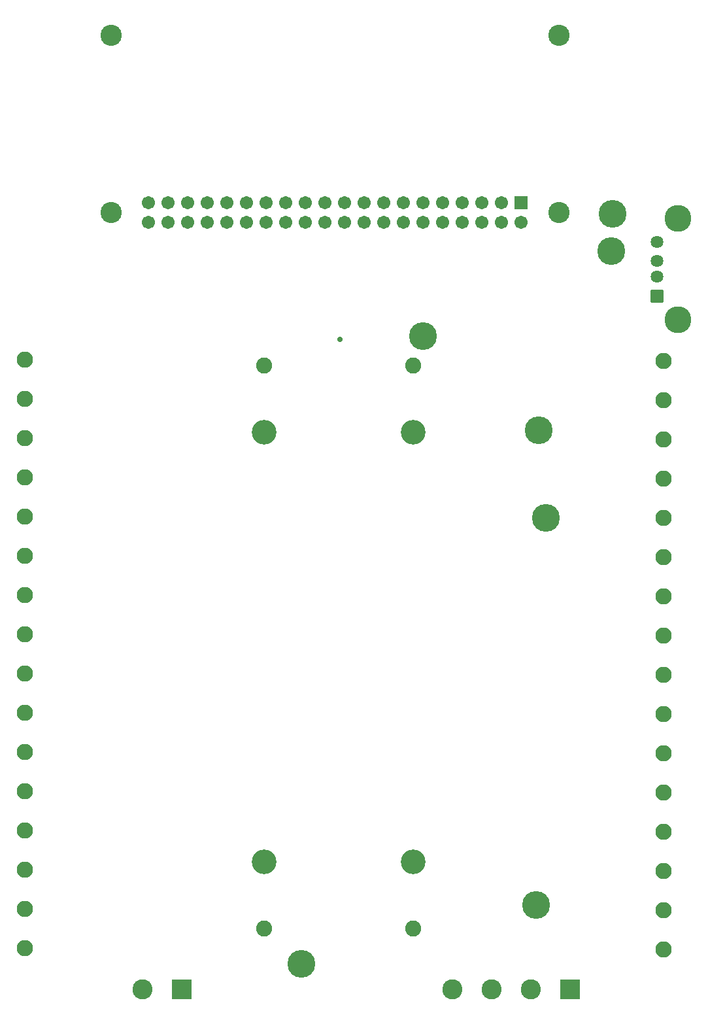
<source format=gbr>
%TF.GenerationSoftware,KiCad,Pcbnew,7.0.10*%
%TF.CreationDate,2024-02-10T17:39:24-06:00*%
%TF.ProjectId,DAQ,4441512e-6b69-4636-9164-5f7063625858,rev?*%
%TF.SameCoordinates,Original*%
%TF.FileFunction,Soldermask,Bot*%
%TF.FilePolarity,Negative*%
%FSLAX46Y46*%
G04 Gerber Fmt 4.6, Leading zero omitted, Abs format (unit mm)*
G04 Created by KiCad (PCBNEW 7.0.10) date 2024-02-10 17:39:24*
%MOMM*%
%LPD*%
G01*
G04 APERTURE LIST*
G04 Aperture macros list*
%AMRoundRect*
0 Rectangle with rounded corners*
0 $1 Rounding radius*
0 $2 $3 $4 $5 $6 $7 $8 $9 X,Y pos of 4 corners*
0 Add a 4 corners polygon primitive as box body*
4,1,4,$2,$3,$4,$5,$6,$7,$8,$9,$2,$3,0*
0 Add four circle primitives for the rounded corners*
1,1,$1+$1,$2,$3*
1,1,$1+$1,$4,$5*
1,1,$1+$1,$6,$7*
1,1,$1+$1,$8,$9*
0 Add four rect primitives between the rounded corners*
20,1,$1+$1,$2,$3,$4,$5,0*
20,1,$1+$1,$4,$5,$6,$7,0*
20,1,$1+$1,$6,$7,$8,$9,0*
20,1,$1+$1,$8,$9,$2,$3,0*%
G04 Aperture macros list end*
%ADD10C,2.108200*%
%ADD11C,3.600000*%
%ADD12RoundRect,0.102000X1.200000X1.200000X-1.200000X1.200000X-1.200000X-1.200000X1.200000X-1.200000X0*%
%ADD13C,2.604000*%
%ADD14C,2.750000*%
%ADD15RoundRect,0.102000X0.754000X0.754000X-0.754000X0.754000X-0.754000X-0.754000X0.754000X-0.754000X0*%
%ADD16C,1.712000*%
%ADD17RoundRect,0.102000X0.714000X-0.714000X0.714000X0.714000X-0.714000X0.714000X-0.714000X-0.714000X0*%
%ADD18C,1.632000*%
%ADD19C,3.480000*%
%ADD20C,0.700000*%
%ADD21C,2.082800*%
%ADD22C,3.200400*%
G04 APERTURE END LIST*
D10*
%TO.C,J1*%
X30226000Y-181864000D03*
X30226000Y-176784000D03*
X30226000Y-171704000D03*
X30226000Y-166624000D03*
X30226000Y-161544000D03*
X30226000Y-156464000D03*
X30226000Y-151384000D03*
X30226000Y-146304000D03*
X30226000Y-141224000D03*
X30226000Y-136144000D03*
X30226000Y-131064000D03*
X30226000Y-125984000D03*
X30226000Y-120904000D03*
X30226000Y-115824000D03*
X30226000Y-110744000D03*
X30226000Y-105664000D03*
%TD*%
%TO.C,J2*%
X112940253Y-105839253D03*
X112940253Y-110919253D03*
X112940253Y-115999253D03*
X112940253Y-121079253D03*
X112940253Y-126159253D03*
X112940253Y-131239253D03*
X112940253Y-136319253D03*
X112940253Y-141399253D03*
X112940253Y-146479253D03*
X112940253Y-151559253D03*
X112940253Y-156639253D03*
X112940253Y-161719253D03*
X112940253Y-166799253D03*
X112940253Y-171879253D03*
X112940253Y-176959253D03*
X112940253Y-182039253D03*
%TD*%
D11*
%TO.C,TP6*%
X97663000Y-126111000D03*
%TD*%
D12*
%TO.C,J4*%
X50546000Y-187198000D03*
D13*
X45466000Y-187198000D03*
%TD*%
D14*
%TO.C,A1*%
X99358000Y-86614000D03*
X99358000Y-63614000D03*
X41358000Y-86614000D03*
X41358000Y-63614000D03*
D15*
X94488000Y-85344000D03*
D16*
X94488000Y-87884000D03*
X91948000Y-85344000D03*
X91948000Y-87884000D03*
X89408000Y-85344000D03*
X89408000Y-87884000D03*
X86868000Y-85344000D03*
X86868000Y-87884000D03*
X84328000Y-85344000D03*
X84328000Y-87884000D03*
X81788000Y-85344000D03*
X81788000Y-87884000D03*
X79248000Y-85344000D03*
X79248000Y-87884000D03*
X76708000Y-85344000D03*
X76708000Y-87884000D03*
X74168000Y-85344000D03*
X74168000Y-87884000D03*
X71628000Y-85344000D03*
X71628000Y-87884000D03*
X69088000Y-85344000D03*
X69088000Y-87884000D03*
X66548000Y-85344000D03*
X66548000Y-87884000D03*
X64008000Y-85344000D03*
X64008000Y-87884000D03*
X61468000Y-85344000D03*
X61468000Y-87884000D03*
X58928000Y-85344000D03*
X58928000Y-87884000D03*
X56388000Y-85344000D03*
X56388000Y-87884000D03*
X53848000Y-85344000D03*
X53848000Y-87884000D03*
X51308000Y-85344000D03*
X51308000Y-87884000D03*
X48768000Y-85344000D03*
X48768000Y-87884000D03*
X46228000Y-85344000D03*
X46228000Y-87884000D03*
%TD*%
D17*
%TO.C,J3*%
X112098000Y-97387000D03*
D18*
X112098000Y-94887000D03*
X112098000Y-92887000D03*
X112098000Y-90387000D03*
D19*
X114808000Y-100457000D03*
X114808000Y-87317000D03*
%TD*%
D11*
%TO.C,TP7*%
X66040000Y-183896000D03*
%TD*%
%TO.C,TP1*%
X106172000Y-91567000D03*
%TD*%
%TO.C,TP5*%
X81788000Y-102616000D03*
%TD*%
D12*
%TO.C,J5*%
X100838000Y-187198000D03*
D13*
X95758000Y-187198000D03*
X90678000Y-187198000D03*
X85598000Y-187198000D03*
%TD*%
D11*
%TO.C,TP3*%
X96774000Y-114808000D03*
%TD*%
%TO.C,TP4*%
X96393000Y-176276000D03*
%TD*%
%TO.C,TP2*%
X106299000Y-86741000D03*
%TD*%
D20*
%TO.C,U1*%
X70993000Y-103014501D03*
%TD*%
D21*
%TO.C,B1*%
X61217998Y-106427991D03*
X80518000Y-106427991D03*
X80518000Y-179328003D03*
X61217998Y-179328003D03*
D22*
X80518000Y-115067994D03*
X80518000Y-170688000D03*
X61217998Y-115067994D03*
X61217998Y-170688000D03*
%TD*%
M02*

</source>
